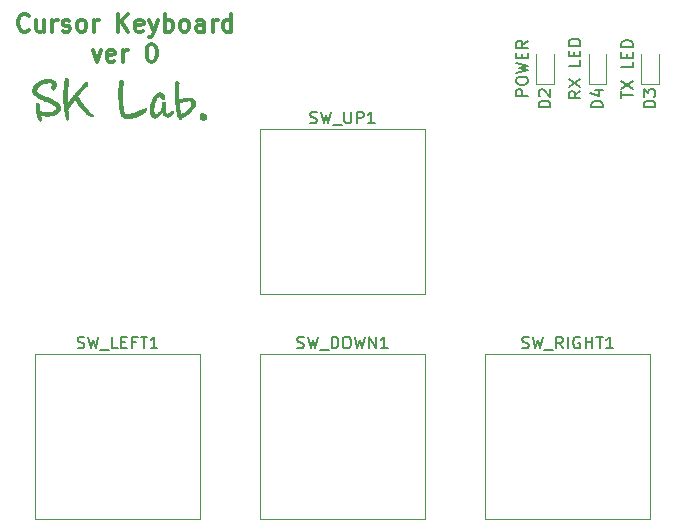
<source format=gto>
G04 #@! TF.GenerationSoftware,KiCad,Pcbnew,(5.0.0)*
G04 #@! TF.CreationDate,2018-12-24T02:24:05+09:00*
G04 #@! TF.ProjectId,mykeyboard,6D796B6579626F6172642E6B69636164,rev?*
G04 #@! TF.SameCoordinates,Original*
G04 #@! TF.FileFunction,Legend,Top*
G04 #@! TF.FilePolarity,Positive*
%FSLAX46Y46*%
G04 Gerber Fmt 4.6, Leading zero omitted, Abs format (unit mm)*
G04 Created by KiCad (PCBNEW (5.0.0)) date 12/24/18 02:24:05*
%MOMM*%
%LPD*%
G01*
G04 APERTURE LIST*
%ADD10C,0.300000*%
%ADD11C,0.150000*%
%ADD12C,0.120000*%
%ADD13C,0.010000*%
G04 APERTURE END LIST*
D10*
X78852142Y-48790714D02*
X78780714Y-48862142D01*
X78566428Y-48933571D01*
X78423571Y-48933571D01*
X78209285Y-48862142D01*
X78066428Y-48719285D01*
X77995000Y-48576428D01*
X77923571Y-48290714D01*
X77923571Y-48076428D01*
X77995000Y-47790714D01*
X78066428Y-47647857D01*
X78209285Y-47505000D01*
X78423571Y-47433571D01*
X78566428Y-47433571D01*
X78780714Y-47505000D01*
X78852142Y-47576428D01*
X80137857Y-47933571D02*
X80137857Y-48933571D01*
X79495000Y-47933571D02*
X79495000Y-48719285D01*
X79566428Y-48862142D01*
X79709285Y-48933571D01*
X79923571Y-48933571D01*
X80066428Y-48862142D01*
X80137857Y-48790714D01*
X80852142Y-48933571D02*
X80852142Y-47933571D01*
X80852142Y-48219285D02*
X80923571Y-48076428D01*
X80995000Y-48005000D01*
X81137857Y-47933571D01*
X81280714Y-47933571D01*
X81709285Y-48862142D02*
X81852142Y-48933571D01*
X82137857Y-48933571D01*
X82280714Y-48862142D01*
X82352142Y-48719285D01*
X82352142Y-48647857D01*
X82280714Y-48505000D01*
X82137857Y-48433571D01*
X81923571Y-48433571D01*
X81780714Y-48362142D01*
X81709285Y-48219285D01*
X81709285Y-48147857D01*
X81780714Y-48005000D01*
X81923571Y-47933571D01*
X82137857Y-47933571D01*
X82280714Y-48005000D01*
X83209285Y-48933571D02*
X83066428Y-48862142D01*
X82995000Y-48790714D01*
X82923571Y-48647857D01*
X82923571Y-48219285D01*
X82995000Y-48076428D01*
X83066428Y-48005000D01*
X83209285Y-47933571D01*
X83423571Y-47933571D01*
X83566428Y-48005000D01*
X83637857Y-48076428D01*
X83709285Y-48219285D01*
X83709285Y-48647857D01*
X83637857Y-48790714D01*
X83566428Y-48862142D01*
X83423571Y-48933571D01*
X83209285Y-48933571D01*
X84352142Y-48933571D02*
X84352142Y-47933571D01*
X84352142Y-48219285D02*
X84423571Y-48076428D01*
X84495000Y-48005000D01*
X84637857Y-47933571D01*
X84780714Y-47933571D01*
X86423571Y-48933571D02*
X86423571Y-47433571D01*
X87280714Y-48933571D02*
X86637857Y-48076428D01*
X87280714Y-47433571D02*
X86423571Y-48290714D01*
X88495000Y-48862142D02*
X88352142Y-48933571D01*
X88066428Y-48933571D01*
X87923571Y-48862142D01*
X87852142Y-48719285D01*
X87852142Y-48147857D01*
X87923571Y-48005000D01*
X88066428Y-47933571D01*
X88352142Y-47933571D01*
X88495000Y-48005000D01*
X88566428Y-48147857D01*
X88566428Y-48290714D01*
X87852142Y-48433571D01*
X89066428Y-47933571D02*
X89423571Y-48933571D01*
X89780714Y-47933571D02*
X89423571Y-48933571D01*
X89280714Y-49290714D01*
X89209285Y-49362142D01*
X89066428Y-49433571D01*
X90352142Y-48933571D02*
X90352142Y-47433571D01*
X90352142Y-48005000D02*
X90495000Y-47933571D01*
X90780714Y-47933571D01*
X90923571Y-48005000D01*
X90995000Y-48076428D01*
X91066428Y-48219285D01*
X91066428Y-48647857D01*
X90995000Y-48790714D01*
X90923571Y-48862142D01*
X90780714Y-48933571D01*
X90495000Y-48933571D01*
X90352142Y-48862142D01*
X91923571Y-48933571D02*
X91780714Y-48862142D01*
X91709285Y-48790714D01*
X91637857Y-48647857D01*
X91637857Y-48219285D01*
X91709285Y-48076428D01*
X91780714Y-48005000D01*
X91923571Y-47933571D01*
X92137857Y-47933571D01*
X92280714Y-48005000D01*
X92352142Y-48076428D01*
X92423571Y-48219285D01*
X92423571Y-48647857D01*
X92352142Y-48790714D01*
X92280714Y-48862142D01*
X92137857Y-48933571D01*
X91923571Y-48933571D01*
X93709285Y-48933571D02*
X93709285Y-48147857D01*
X93637857Y-48005000D01*
X93495000Y-47933571D01*
X93209285Y-47933571D01*
X93066428Y-48005000D01*
X93709285Y-48862142D02*
X93566428Y-48933571D01*
X93209285Y-48933571D01*
X93066428Y-48862142D01*
X92995000Y-48719285D01*
X92995000Y-48576428D01*
X93066428Y-48433571D01*
X93209285Y-48362142D01*
X93566428Y-48362142D01*
X93709285Y-48290714D01*
X94423571Y-48933571D02*
X94423571Y-47933571D01*
X94423571Y-48219285D02*
X94495000Y-48076428D01*
X94566428Y-48005000D01*
X94709285Y-47933571D01*
X94852142Y-47933571D01*
X95995000Y-48933571D02*
X95995000Y-47433571D01*
X95995000Y-48862142D02*
X95852142Y-48933571D01*
X95566428Y-48933571D01*
X95423571Y-48862142D01*
X95352142Y-48790714D01*
X95280714Y-48647857D01*
X95280714Y-48219285D01*
X95352142Y-48076428D01*
X95423571Y-48005000D01*
X95566428Y-47933571D01*
X95852142Y-47933571D01*
X95995000Y-48005000D01*
X84245000Y-50483571D02*
X84602142Y-51483571D01*
X84959285Y-50483571D01*
X86102142Y-51412142D02*
X85959285Y-51483571D01*
X85673571Y-51483571D01*
X85530714Y-51412142D01*
X85459285Y-51269285D01*
X85459285Y-50697857D01*
X85530714Y-50555000D01*
X85673571Y-50483571D01*
X85959285Y-50483571D01*
X86102142Y-50555000D01*
X86173571Y-50697857D01*
X86173571Y-50840714D01*
X85459285Y-50983571D01*
X86816428Y-51483571D02*
X86816428Y-50483571D01*
X86816428Y-50769285D02*
X86887857Y-50626428D01*
X86959285Y-50555000D01*
X87102142Y-50483571D01*
X87245000Y-50483571D01*
X89173571Y-49983571D02*
X89316428Y-49983571D01*
X89459285Y-50055000D01*
X89530714Y-50126428D01*
X89602142Y-50269285D01*
X89673571Y-50555000D01*
X89673571Y-50912142D01*
X89602142Y-51197857D01*
X89530714Y-51340714D01*
X89459285Y-51412142D01*
X89316428Y-51483571D01*
X89173571Y-51483571D01*
X89030714Y-51412142D01*
X88959285Y-51340714D01*
X88887857Y-51197857D01*
X88816428Y-50912142D01*
X88816428Y-50555000D01*
X88887857Y-50269285D01*
X88959285Y-50126428D01*
X89030714Y-50055000D01*
X89173571Y-49983571D01*
D11*
X128992380Y-54570000D02*
X128992380Y-53998571D01*
X129992380Y-54284285D02*
X128992380Y-54284285D01*
X128992380Y-53760476D02*
X129992380Y-53093809D01*
X128992380Y-53093809D02*
X129992380Y-53760476D01*
X129992380Y-51474761D02*
X129992380Y-51950952D01*
X128992380Y-51950952D01*
X129468571Y-51141428D02*
X129468571Y-50808095D01*
X129992380Y-50665238D02*
X129992380Y-51141428D01*
X128992380Y-51141428D01*
X128992380Y-50665238D01*
X129992380Y-50236666D02*
X128992380Y-50236666D01*
X128992380Y-49998571D01*
X129040000Y-49855714D01*
X129135238Y-49760476D01*
X129230476Y-49712857D01*
X129420952Y-49665238D01*
X129563809Y-49665238D01*
X129754285Y-49712857D01*
X129849523Y-49760476D01*
X129944761Y-49855714D01*
X129992380Y-49998571D01*
X129992380Y-50236666D01*
X125547380Y-53974761D02*
X125071190Y-54308095D01*
X125547380Y-54546190D02*
X124547380Y-54546190D01*
X124547380Y-54165238D01*
X124595000Y-54070000D01*
X124642619Y-54022380D01*
X124737857Y-53974761D01*
X124880714Y-53974761D01*
X124975952Y-54022380D01*
X125023571Y-54070000D01*
X125071190Y-54165238D01*
X125071190Y-54546190D01*
X124547380Y-53641428D02*
X125547380Y-52974761D01*
X124547380Y-52974761D02*
X125547380Y-53641428D01*
X125547380Y-51355714D02*
X125547380Y-51831904D01*
X124547380Y-51831904D01*
X125023571Y-51022380D02*
X125023571Y-50689047D01*
X125547380Y-50546190D02*
X125547380Y-51022380D01*
X124547380Y-51022380D01*
X124547380Y-50546190D01*
X125547380Y-50117619D02*
X124547380Y-50117619D01*
X124547380Y-49879523D01*
X124595000Y-49736666D01*
X124690238Y-49641428D01*
X124785476Y-49593809D01*
X124975952Y-49546190D01*
X125118809Y-49546190D01*
X125309285Y-49593809D01*
X125404523Y-49641428D01*
X125499761Y-49736666D01*
X125547380Y-49879523D01*
X125547380Y-50117619D01*
X121102380Y-54379523D02*
X120102380Y-54379523D01*
X120102380Y-53998571D01*
X120150000Y-53903333D01*
X120197619Y-53855714D01*
X120292857Y-53808095D01*
X120435714Y-53808095D01*
X120530952Y-53855714D01*
X120578571Y-53903333D01*
X120626190Y-53998571D01*
X120626190Y-54379523D01*
X120102380Y-53189047D02*
X120102380Y-52998571D01*
X120150000Y-52903333D01*
X120245238Y-52808095D01*
X120435714Y-52760476D01*
X120769047Y-52760476D01*
X120959523Y-52808095D01*
X121054761Y-52903333D01*
X121102380Y-52998571D01*
X121102380Y-53189047D01*
X121054761Y-53284285D01*
X120959523Y-53379523D01*
X120769047Y-53427142D01*
X120435714Y-53427142D01*
X120245238Y-53379523D01*
X120150000Y-53284285D01*
X120102380Y-53189047D01*
X120102380Y-52427142D02*
X121102380Y-52189047D01*
X120388095Y-51998571D01*
X121102380Y-51808095D01*
X120102380Y-51570000D01*
X120578571Y-51189047D02*
X120578571Y-50855714D01*
X121102380Y-50712857D02*
X121102380Y-51189047D01*
X120102380Y-51189047D01*
X120102380Y-50712857D01*
X121102380Y-49712857D02*
X120626190Y-50046190D01*
X121102380Y-50284285D02*
X120102380Y-50284285D01*
X120102380Y-49903333D01*
X120150000Y-49808095D01*
X120197619Y-49760476D01*
X120292857Y-49712857D01*
X120435714Y-49712857D01*
X120530952Y-49760476D01*
X120578571Y-49808095D01*
X120626190Y-49903333D01*
X120626190Y-50284285D01*
D12*
G04 #@! TO.C,SW_DOWN1*
X98425000Y-90170000D02*
X98425000Y-76200000D01*
X112395000Y-90170000D02*
X98425000Y-90170000D01*
X112395000Y-76200000D02*
X112395000Y-90170000D01*
X98425000Y-76200000D02*
X112395000Y-76200000D01*
G04 #@! TO.C,SW_LEFT1*
X79375000Y-90170000D02*
X79375000Y-76200000D01*
X93345000Y-90170000D02*
X79375000Y-90170000D01*
X93345000Y-76200000D02*
X93345000Y-90170000D01*
X79375000Y-76200000D02*
X93345000Y-76200000D01*
G04 #@! TO.C,SW_RIGHT1*
X117475000Y-90170000D02*
X117475000Y-76200000D01*
X131445000Y-90170000D02*
X117475000Y-90170000D01*
X131445000Y-76200000D02*
X131445000Y-90170000D01*
X117475000Y-76200000D02*
X131445000Y-76200000D01*
G04 #@! TO.C,SW_UP1*
X98425000Y-71120000D02*
X98425000Y-57150000D01*
X112395000Y-71120000D02*
X98425000Y-71120000D01*
X112395000Y-57150000D02*
X112395000Y-71120000D01*
X98425000Y-57150000D02*
X112395000Y-57150000D01*
G04 #@! TO.C,D2*
X123290000Y-53335000D02*
X123290000Y-50875000D01*
X121820000Y-53335000D02*
X123290000Y-53335000D01*
X121820000Y-50875000D02*
X121820000Y-53335000D01*
G04 #@! TO.C,D3*
X132180000Y-53335000D02*
X132180000Y-50875000D01*
X130710000Y-53335000D02*
X132180000Y-53335000D01*
X130710000Y-50875000D02*
X130710000Y-53335000D01*
G04 #@! TO.C,D4*
X127735000Y-53335000D02*
X127735000Y-50875000D01*
X126265000Y-53335000D02*
X127735000Y-53335000D01*
X126265000Y-50875000D02*
X126265000Y-53335000D01*
D13*
G04 #@! TO.C,G\002A\002A\002A*
G36*
X89939503Y-54085375D02*
X90020782Y-54103471D01*
X90094901Y-54139077D01*
X90160232Y-54190151D01*
X90215148Y-54254651D01*
X90258021Y-54330534D01*
X90287223Y-54415759D01*
X90301126Y-54508283D01*
X90302080Y-54540277D01*
X90301276Y-54577874D01*
X90297639Y-54601306D01*
X90289331Y-54616706D01*
X90275309Y-54629582D01*
X90239368Y-54645838D01*
X90193363Y-54649004D01*
X90142111Y-54639824D01*
X90090429Y-54619045D01*
X90052753Y-54595138D01*
X90033151Y-54576771D01*
X90020296Y-54553895D01*
X90010720Y-54519631D01*
X90008033Y-54506437D01*
X89991104Y-54438939D01*
X89969809Y-54386111D01*
X89945094Y-54349411D01*
X89917904Y-54330293D01*
X89892933Y-54329106D01*
X89849775Y-54349025D01*
X89803372Y-54386811D01*
X89754881Y-54440497D01*
X89705460Y-54508113D01*
X89656264Y-54587690D01*
X89608452Y-54677259D01*
X89563181Y-54774850D01*
X89521607Y-54878495D01*
X89484887Y-54986224D01*
X89463536Y-55059860D01*
X89435779Y-55177159D01*
X89415485Y-55293313D01*
X89402569Y-55406235D01*
X89396949Y-55513839D01*
X89398541Y-55614038D01*
X89407264Y-55704744D01*
X89423034Y-55783870D01*
X89445768Y-55849330D01*
X89475384Y-55899037D01*
X89497757Y-55921497D01*
X89522062Y-55935666D01*
X89549388Y-55938237D01*
X89565401Y-55936258D01*
X89621579Y-55918961D01*
X89683675Y-55885354D01*
X89749371Y-55837702D01*
X89816347Y-55778271D01*
X89882285Y-55709326D01*
X89944866Y-55633133D01*
X90001772Y-55551957D01*
X90050683Y-55468064D01*
X90056822Y-55456109D01*
X90071165Y-55426255D01*
X90080437Y-55401078D01*
X90085749Y-55374601D01*
X90088215Y-55340849D01*
X90088948Y-55293845D01*
X90088982Y-55283389D01*
X90090312Y-55220153D01*
X90093719Y-55149944D01*
X90098740Y-55078863D01*
X90104912Y-55013012D01*
X90111774Y-54958491D01*
X90115129Y-54938390D01*
X90130660Y-54896277D01*
X90156835Y-54869008D01*
X90191010Y-54856059D01*
X90230538Y-54856905D01*
X90272775Y-54871018D01*
X90315075Y-54897874D01*
X90354791Y-54936947D01*
X90389280Y-54987712D01*
X90392372Y-54993474D01*
X90397665Y-55009833D01*
X90397981Y-55032768D01*
X90393049Y-55067074D01*
X90386389Y-55100154D01*
X90377996Y-55154413D01*
X90372069Y-55223769D01*
X90368603Y-55303149D01*
X90367596Y-55387478D01*
X90369044Y-55471685D01*
X90372945Y-55550697D01*
X90379294Y-55619440D01*
X90386744Y-55666640D01*
X90403497Y-55732991D01*
X90423847Y-55790139D01*
X90446351Y-55834950D01*
X90469565Y-55864292D01*
X90481679Y-55872508D01*
X90514802Y-55877971D01*
X90561433Y-55871674D01*
X90619223Y-55854561D01*
X90685818Y-55827572D01*
X90758868Y-55791652D01*
X90836021Y-55747741D01*
X90907524Y-55701831D01*
X90947597Y-55675659D01*
X90982889Y-55654438D01*
X91009311Y-55640514D01*
X91022040Y-55636160D01*
X91048219Y-55643803D01*
X91061378Y-55666038D01*
X91061479Y-55701826D01*
X91048481Y-55750123D01*
X91028128Y-55798111D01*
X90981644Y-55878447D01*
X90923422Y-55947870D01*
X90850537Y-56009361D01*
X90771210Y-56059691D01*
X90684256Y-56101079D01*
X90600376Y-56125903D01*
X90521537Y-56133889D01*
X90449710Y-56124763D01*
X90408760Y-56110018D01*
X90355784Y-56076459D01*
X90302871Y-56027261D01*
X90253490Y-55966818D01*
X90211112Y-55899522D01*
X90179206Y-55829768D01*
X90172956Y-55811461D01*
X90160822Y-55779905D01*
X90147680Y-55763326D01*
X90131671Y-55762295D01*
X90110939Y-55777381D01*
X90083626Y-55809155D01*
X90055366Y-55847570D01*
X89982182Y-55941072D01*
X89903290Y-56024383D01*
X89821392Y-56095186D01*
X89739186Y-56151164D01*
X89659373Y-56190001D01*
X89653917Y-56192028D01*
X89591073Y-56208026D01*
X89521056Y-56214772D01*
X89451965Y-56212074D01*
X89391904Y-56199740D01*
X89387734Y-56198333D01*
X89317471Y-56165707D01*
X89258425Y-56119946D01*
X89208219Y-56058756D01*
X89167088Y-55985380D01*
X89134424Y-55898730D01*
X89110818Y-55796968D01*
X89096333Y-55683207D01*
X89091033Y-55560555D01*
X89094982Y-55432124D01*
X89108243Y-55301025D01*
X89130879Y-55170366D01*
X89148854Y-55093991D01*
X89192178Y-54949756D01*
X89245729Y-54808602D01*
X89308054Y-54672964D01*
X89377699Y-54545281D01*
X89453212Y-54427987D01*
X89533140Y-54323522D01*
X89616030Y-54234320D01*
X89700429Y-54162820D01*
X89706751Y-54158259D01*
X89775500Y-54116213D01*
X89840497Y-54091759D01*
X89905659Y-54083669D01*
X89939503Y-54085375D01*
X89939503Y-54085375D01*
G37*
X89939503Y-54085375D02*
X90020782Y-54103471D01*
X90094901Y-54139077D01*
X90160232Y-54190151D01*
X90215148Y-54254651D01*
X90258021Y-54330534D01*
X90287223Y-54415759D01*
X90301126Y-54508283D01*
X90302080Y-54540277D01*
X90301276Y-54577874D01*
X90297639Y-54601306D01*
X90289331Y-54616706D01*
X90275309Y-54629582D01*
X90239368Y-54645838D01*
X90193363Y-54649004D01*
X90142111Y-54639824D01*
X90090429Y-54619045D01*
X90052753Y-54595138D01*
X90033151Y-54576771D01*
X90020296Y-54553895D01*
X90010720Y-54519631D01*
X90008033Y-54506437D01*
X89991104Y-54438939D01*
X89969809Y-54386111D01*
X89945094Y-54349411D01*
X89917904Y-54330293D01*
X89892933Y-54329106D01*
X89849775Y-54349025D01*
X89803372Y-54386811D01*
X89754881Y-54440497D01*
X89705460Y-54508113D01*
X89656264Y-54587690D01*
X89608452Y-54677259D01*
X89563181Y-54774850D01*
X89521607Y-54878495D01*
X89484887Y-54986224D01*
X89463536Y-55059860D01*
X89435779Y-55177159D01*
X89415485Y-55293313D01*
X89402569Y-55406235D01*
X89396949Y-55513839D01*
X89398541Y-55614038D01*
X89407264Y-55704744D01*
X89423034Y-55783870D01*
X89445768Y-55849330D01*
X89475384Y-55899037D01*
X89497757Y-55921497D01*
X89522062Y-55935666D01*
X89549388Y-55938237D01*
X89565401Y-55936258D01*
X89621579Y-55918961D01*
X89683675Y-55885354D01*
X89749371Y-55837702D01*
X89816347Y-55778271D01*
X89882285Y-55709326D01*
X89944866Y-55633133D01*
X90001772Y-55551957D01*
X90050683Y-55468064D01*
X90056822Y-55456109D01*
X90071165Y-55426255D01*
X90080437Y-55401078D01*
X90085749Y-55374601D01*
X90088215Y-55340849D01*
X90088948Y-55293845D01*
X90088982Y-55283389D01*
X90090312Y-55220153D01*
X90093719Y-55149944D01*
X90098740Y-55078863D01*
X90104912Y-55013012D01*
X90111774Y-54958491D01*
X90115129Y-54938390D01*
X90130660Y-54896277D01*
X90156835Y-54869008D01*
X90191010Y-54856059D01*
X90230538Y-54856905D01*
X90272775Y-54871018D01*
X90315075Y-54897874D01*
X90354791Y-54936947D01*
X90389280Y-54987712D01*
X90392372Y-54993474D01*
X90397665Y-55009833D01*
X90397981Y-55032768D01*
X90393049Y-55067074D01*
X90386389Y-55100154D01*
X90377996Y-55154413D01*
X90372069Y-55223769D01*
X90368603Y-55303149D01*
X90367596Y-55387478D01*
X90369044Y-55471685D01*
X90372945Y-55550697D01*
X90379294Y-55619440D01*
X90386744Y-55666640D01*
X90403497Y-55732991D01*
X90423847Y-55790139D01*
X90446351Y-55834950D01*
X90469565Y-55864292D01*
X90481679Y-55872508D01*
X90514802Y-55877971D01*
X90561433Y-55871674D01*
X90619223Y-55854561D01*
X90685818Y-55827572D01*
X90758868Y-55791652D01*
X90836021Y-55747741D01*
X90907524Y-55701831D01*
X90947597Y-55675659D01*
X90982889Y-55654438D01*
X91009311Y-55640514D01*
X91022040Y-55636160D01*
X91048219Y-55643803D01*
X91061378Y-55666038D01*
X91061479Y-55701826D01*
X91048481Y-55750123D01*
X91028128Y-55798111D01*
X90981644Y-55878447D01*
X90923422Y-55947870D01*
X90850537Y-56009361D01*
X90771210Y-56059691D01*
X90684256Y-56101079D01*
X90600376Y-56125903D01*
X90521537Y-56133889D01*
X90449710Y-56124763D01*
X90408760Y-56110018D01*
X90355784Y-56076459D01*
X90302871Y-56027261D01*
X90253490Y-55966818D01*
X90211112Y-55899522D01*
X90179206Y-55829768D01*
X90172956Y-55811461D01*
X90160822Y-55779905D01*
X90147680Y-55763326D01*
X90131671Y-55762295D01*
X90110939Y-55777381D01*
X90083626Y-55809155D01*
X90055366Y-55847570D01*
X89982182Y-55941072D01*
X89903290Y-56024383D01*
X89821392Y-56095186D01*
X89739186Y-56151164D01*
X89659373Y-56190001D01*
X89653917Y-56192028D01*
X89591073Y-56208026D01*
X89521056Y-56214772D01*
X89451965Y-56212074D01*
X89391904Y-56199740D01*
X89387734Y-56198333D01*
X89317471Y-56165707D01*
X89258425Y-56119946D01*
X89208219Y-56058756D01*
X89167088Y-55985380D01*
X89134424Y-55898730D01*
X89110818Y-55796968D01*
X89096333Y-55683207D01*
X89091033Y-55560555D01*
X89094982Y-55432124D01*
X89108243Y-55301025D01*
X89130879Y-55170366D01*
X89148854Y-55093991D01*
X89192178Y-54949756D01*
X89245729Y-54808602D01*
X89308054Y-54672964D01*
X89377699Y-54545281D01*
X89453212Y-54427987D01*
X89533140Y-54323522D01*
X89616030Y-54234320D01*
X89700429Y-54162820D01*
X89706751Y-54158259D01*
X89775500Y-54116213D01*
X89840497Y-54091759D01*
X89905659Y-54083669D01*
X89939503Y-54085375D01*
G36*
X86698521Y-53011960D02*
X86738023Y-53042831D01*
X86774488Y-53087692D01*
X86794261Y-53121560D01*
X86810042Y-53158791D01*
X86818239Y-53197044D01*
X86818939Y-53240854D01*
X86812230Y-53294755D01*
X86798874Y-53360320D01*
X86785726Y-53423849D01*
X86774578Y-53490717D01*
X86765300Y-53562982D01*
X86757760Y-53642699D01*
X86751828Y-53731925D01*
X86747375Y-53832716D01*
X86744269Y-53947128D01*
X86742380Y-54077218D01*
X86741578Y-54225042D01*
X86741532Y-54264560D01*
X86743723Y-54518348D01*
X86750563Y-54752976D01*
X86762113Y-54969078D01*
X86778431Y-55167289D01*
X86799578Y-55348244D01*
X86825614Y-55512577D01*
X86856600Y-55660923D01*
X86883437Y-55763160D01*
X86900610Y-55818846D01*
X86916014Y-55858276D01*
X86931847Y-55885122D01*
X86950306Y-55903056D01*
X86973591Y-55915752D01*
X86975143Y-55916408D01*
X87003097Y-55923152D01*
X87046540Y-55927773D01*
X87100749Y-55930217D01*
X87161000Y-55930426D01*
X87222568Y-55928345D01*
X87280729Y-55923916D01*
X87309960Y-55920402D01*
X87446758Y-55896243D01*
X87597669Y-55860500D01*
X87760617Y-55813874D01*
X87933525Y-55757062D01*
X88114319Y-55690762D01*
X88300921Y-55615673D01*
X88491255Y-55532493D01*
X88566997Y-55497567D01*
X88621042Y-55472936D01*
X88670297Y-55451722D01*
X88711182Y-55435370D01*
X88740120Y-55425326D01*
X88752021Y-55422800D01*
X88777188Y-55430039D01*
X88798632Y-55445660D01*
X88814344Y-55476277D01*
X88813181Y-55514369D01*
X88796399Y-55558238D01*
X88765254Y-55606184D01*
X88721003Y-55656509D01*
X88664900Y-55707515D01*
X88598204Y-55757503D01*
X88541228Y-55793752D01*
X88368733Y-55889991D01*
X88190329Y-55978421D01*
X88009228Y-56057815D01*
X87828643Y-56126946D01*
X87651786Y-56184588D01*
X87481868Y-56229514D01*
X87322102Y-56260498D01*
X87316890Y-56261292D01*
X87253709Y-56268690D01*
X87185141Y-56273153D01*
X87116137Y-56274693D01*
X87051649Y-56273318D01*
X86996626Y-56269039D01*
X86956022Y-56261867D01*
X86951463Y-56260537D01*
X86878497Y-56228688D01*
X86806618Y-56181232D01*
X86740798Y-56122508D01*
X86686010Y-56056855D01*
X86652038Y-55999283D01*
X86621542Y-55923479D01*
X86592616Y-55828991D01*
X86565450Y-55717408D01*
X86540234Y-55590322D01*
X86517156Y-55449320D01*
X86496407Y-55295993D01*
X86478175Y-55131930D01*
X86462651Y-54958721D01*
X86450024Y-54777954D01*
X86440483Y-54591221D01*
X86434218Y-54400110D01*
X86431418Y-54206210D01*
X86431282Y-54147720D01*
X86433178Y-53951584D01*
X86438621Y-53772715D01*
X86447565Y-53611445D01*
X86459967Y-53468104D01*
X86475779Y-53343025D01*
X86494956Y-53236538D01*
X86517453Y-53148974D01*
X86543224Y-53080666D01*
X86572224Y-53031945D01*
X86586824Y-53016028D01*
X86620418Y-52997285D01*
X86658484Y-52996354D01*
X86698521Y-53011960D01*
X86698521Y-53011960D01*
G37*
X86698521Y-53011960D02*
X86738023Y-53042831D01*
X86774488Y-53087692D01*
X86794261Y-53121560D01*
X86810042Y-53158791D01*
X86818239Y-53197044D01*
X86818939Y-53240854D01*
X86812230Y-53294755D01*
X86798874Y-53360320D01*
X86785726Y-53423849D01*
X86774578Y-53490717D01*
X86765300Y-53562982D01*
X86757760Y-53642699D01*
X86751828Y-53731925D01*
X86747375Y-53832716D01*
X86744269Y-53947128D01*
X86742380Y-54077218D01*
X86741578Y-54225042D01*
X86741532Y-54264560D01*
X86743723Y-54518348D01*
X86750563Y-54752976D01*
X86762113Y-54969078D01*
X86778431Y-55167289D01*
X86799578Y-55348244D01*
X86825614Y-55512577D01*
X86856600Y-55660923D01*
X86883437Y-55763160D01*
X86900610Y-55818846D01*
X86916014Y-55858276D01*
X86931847Y-55885122D01*
X86950306Y-55903056D01*
X86973591Y-55915752D01*
X86975143Y-55916408D01*
X87003097Y-55923152D01*
X87046540Y-55927773D01*
X87100749Y-55930217D01*
X87161000Y-55930426D01*
X87222568Y-55928345D01*
X87280729Y-55923916D01*
X87309960Y-55920402D01*
X87446758Y-55896243D01*
X87597669Y-55860500D01*
X87760617Y-55813874D01*
X87933525Y-55757062D01*
X88114319Y-55690762D01*
X88300921Y-55615673D01*
X88491255Y-55532493D01*
X88566997Y-55497567D01*
X88621042Y-55472936D01*
X88670297Y-55451722D01*
X88711182Y-55435370D01*
X88740120Y-55425326D01*
X88752021Y-55422800D01*
X88777188Y-55430039D01*
X88798632Y-55445660D01*
X88814344Y-55476277D01*
X88813181Y-55514369D01*
X88796399Y-55558238D01*
X88765254Y-55606184D01*
X88721003Y-55656509D01*
X88664900Y-55707515D01*
X88598204Y-55757503D01*
X88541228Y-55793752D01*
X88368733Y-55889991D01*
X88190329Y-55978421D01*
X88009228Y-56057815D01*
X87828643Y-56126946D01*
X87651786Y-56184588D01*
X87481868Y-56229514D01*
X87322102Y-56260498D01*
X87316890Y-56261292D01*
X87253709Y-56268690D01*
X87185141Y-56273153D01*
X87116137Y-56274693D01*
X87051649Y-56273318D01*
X86996626Y-56269039D01*
X86956022Y-56261867D01*
X86951463Y-56260537D01*
X86878497Y-56228688D01*
X86806618Y-56181232D01*
X86740798Y-56122508D01*
X86686010Y-56056855D01*
X86652038Y-55999283D01*
X86621542Y-55923479D01*
X86592616Y-55828991D01*
X86565450Y-55717408D01*
X86540234Y-55590322D01*
X86517156Y-55449320D01*
X86496407Y-55295993D01*
X86478175Y-55131930D01*
X86462651Y-54958721D01*
X86450024Y-54777954D01*
X86440483Y-54591221D01*
X86434218Y-54400110D01*
X86431418Y-54206210D01*
X86431282Y-54147720D01*
X86433178Y-53951584D01*
X86438621Y-53772715D01*
X86447565Y-53611445D01*
X86459967Y-53468104D01*
X86475779Y-53343025D01*
X86494956Y-53236538D01*
X86517453Y-53148974D01*
X86543224Y-53080666D01*
X86572224Y-53031945D01*
X86586824Y-53016028D01*
X86620418Y-52997285D01*
X86658484Y-52996354D01*
X86698521Y-53011960D01*
G36*
X91364959Y-53106702D02*
X91410422Y-53130233D01*
X91456658Y-53169471D01*
X91499117Y-53220512D01*
X91501279Y-53223624D01*
X91530886Y-53266656D01*
X91516561Y-53341527D01*
X91506018Y-53409732D01*
X91496996Y-53494607D01*
X91489727Y-53592541D01*
X91484445Y-53699923D01*
X91481382Y-53813144D01*
X91480681Y-53897365D01*
X91481102Y-53964864D01*
X91482314Y-54040677D01*
X91484202Y-54121943D01*
X91486651Y-54205802D01*
X91489548Y-54289392D01*
X91492776Y-54369854D01*
X91496221Y-54444326D01*
X91499768Y-54509948D01*
X91503303Y-54563859D01*
X91506710Y-54603199D01*
X91509875Y-54625106D01*
X91509900Y-54625208D01*
X91524052Y-54652547D01*
X91543635Y-54670340D01*
X91557878Y-54676780D01*
X91573512Y-54678724D01*
X91595391Y-54675641D01*
X91628365Y-54666999D01*
X91659838Y-54657602D01*
X91706219Y-54644311D01*
X91764758Y-54628750D01*
X91827742Y-54612915D01*
X91883962Y-54599596D01*
X92045881Y-54566957D01*
X92192445Y-54546618D01*
X92324553Y-54538682D01*
X92443103Y-54543253D01*
X92548992Y-54560434D01*
X92643118Y-54590328D01*
X92726380Y-54633040D01*
X92799676Y-54688672D01*
X92819278Y-54707319D01*
X92870514Y-54764565D01*
X92905092Y-54819070D01*
X92925220Y-54875648D01*
X92933104Y-54939112D01*
X92933420Y-54956354D01*
X92923745Y-55063830D01*
X92895183Y-55173756D01*
X92848836Y-55284936D01*
X92785807Y-55396174D01*
X92707199Y-55506274D01*
X92614116Y-55614039D01*
X92507659Y-55718275D01*
X92388932Y-55817785D01*
X92259037Y-55911373D01*
X92119078Y-55997843D01*
X91970157Y-56076000D01*
X91852160Y-56128895D01*
X91810037Y-56147447D01*
X91775029Y-56164765D01*
X91751411Y-56178619D01*
X91743701Y-56185476D01*
X91736834Y-56203577D01*
X91728017Y-56232870D01*
X91723786Y-56248778D01*
X91704573Y-56300535D01*
X91678143Y-56333516D01*
X91644773Y-56347562D01*
X91604741Y-56342515D01*
X91579700Y-56331389D01*
X91565428Y-56321594D01*
X91552578Y-56307051D01*
X91539747Y-56284869D01*
X91525534Y-56252163D01*
X91508535Y-56206042D01*
X91487349Y-56143620D01*
X91484823Y-56135996D01*
X91438095Y-55979874D01*
X91394748Y-55804415D01*
X91354897Y-55610339D01*
X91318661Y-55398365D01*
X91286153Y-55169214D01*
X91265347Y-54990915D01*
X91539249Y-54990915D01*
X91546043Y-55067157D01*
X91560051Y-55201807D01*
X91579188Y-55350957D01*
X91602735Y-55509649D01*
X91629972Y-55672924D01*
X91649421Y-55779732D01*
X91659892Y-55834711D01*
X91667906Y-55873038D01*
X91674764Y-55898031D01*
X91681766Y-55913008D01*
X91690215Y-55921288D01*
X91701410Y-55926187D01*
X91707614Y-55928149D01*
X91739705Y-55932686D01*
X91760040Y-55925715D01*
X91778167Y-55914674D01*
X91807889Y-55896558D01*
X91843452Y-55874872D01*
X91851480Y-55869976D01*
X91963001Y-55797345D01*
X92073323Y-55716782D01*
X92179482Y-55630924D01*
X92278518Y-55542413D01*
X92367465Y-55453886D01*
X92443364Y-55367984D01*
X92500023Y-55292194D01*
X92556810Y-55198123D01*
X92595226Y-55112415D01*
X92615300Y-55034804D01*
X92617056Y-54965022D01*
X92600521Y-54902802D01*
X92565721Y-54847877D01*
X92545790Y-54827037D01*
X92512199Y-54798037D01*
X92481119Y-54778872D01*
X92447215Y-54767997D01*
X92405150Y-54763863D01*
X92349592Y-54764924D01*
X92334406Y-54765736D01*
X92207360Y-54780006D01*
X92066501Y-54808988D01*
X91911988Y-54852643D01*
X91743981Y-54910929D01*
X91685204Y-54933524D01*
X91539249Y-54990915D01*
X91265347Y-54990915D01*
X91257492Y-54923605D01*
X91232794Y-54662258D01*
X91219928Y-54498240D01*
X91215312Y-54423507D01*
X91211324Y-54336540D01*
X91207979Y-54239954D01*
X91205287Y-54136364D01*
X91203262Y-54028383D01*
X91201914Y-53918627D01*
X91201257Y-53809710D01*
X91201302Y-53704246D01*
X91202061Y-53604850D01*
X91203547Y-53514138D01*
X91205772Y-53434722D01*
X91208747Y-53369219D01*
X91212485Y-53320242D01*
X91214398Y-53304440D01*
X91229892Y-53225538D01*
X91250935Y-53166057D01*
X91277651Y-53125837D01*
X91310162Y-53104717D01*
X91348590Y-53102536D01*
X91364959Y-53106702D01*
X91364959Y-53106702D01*
G37*
X91364959Y-53106702D02*
X91410422Y-53130233D01*
X91456658Y-53169471D01*
X91499117Y-53220512D01*
X91501279Y-53223624D01*
X91530886Y-53266656D01*
X91516561Y-53341527D01*
X91506018Y-53409732D01*
X91496996Y-53494607D01*
X91489727Y-53592541D01*
X91484445Y-53699923D01*
X91481382Y-53813144D01*
X91480681Y-53897365D01*
X91481102Y-53964864D01*
X91482314Y-54040677D01*
X91484202Y-54121943D01*
X91486651Y-54205802D01*
X91489548Y-54289392D01*
X91492776Y-54369854D01*
X91496221Y-54444326D01*
X91499768Y-54509948D01*
X91503303Y-54563859D01*
X91506710Y-54603199D01*
X91509875Y-54625106D01*
X91509900Y-54625208D01*
X91524052Y-54652547D01*
X91543635Y-54670340D01*
X91557878Y-54676780D01*
X91573512Y-54678724D01*
X91595391Y-54675641D01*
X91628365Y-54666999D01*
X91659838Y-54657602D01*
X91706219Y-54644311D01*
X91764758Y-54628750D01*
X91827742Y-54612915D01*
X91883962Y-54599596D01*
X92045881Y-54566957D01*
X92192445Y-54546618D01*
X92324553Y-54538682D01*
X92443103Y-54543253D01*
X92548992Y-54560434D01*
X92643118Y-54590328D01*
X92726380Y-54633040D01*
X92799676Y-54688672D01*
X92819278Y-54707319D01*
X92870514Y-54764565D01*
X92905092Y-54819070D01*
X92925220Y-54875648D01*
X92933104Y-54939112D01*
X92933420Y-54956354D01*
X92923745Y-55063830D01*
X92895183Y-55173756D01*
X92848836Y-55284936D01*
X92785807Y-55396174D01*
X92707199Y-55506274D01*
X92614116Y-55614039D01*
X92507659Y-55718275D01*
X92388932Y-55817785D01*
X92259037Y-55911373D01*
X92119078Y-55997843D01*
X91970157Y-56076000D01*
X91852160Y-56128895D01*
X91810037Y-56147447D01*
X91775029Y-56164765D01*
X91751411Y-56178619D01*
X91743701Y-56185476D01*
X91736834Y-56203577D01*
X91728017Y-56232870D01*
X91723786Y-56248778D01*
X91704573Y-56300535D01*
X91678143Y-56333516D01*
X91644773Y-56347562D01*
X91604741Y-56342515D01*
X91579700Y-56331389D01*
X91565428Y-56321594D01*
X91552578Y-56307051D01*
X91539747Y-56284869D01*
X91525534Y-56252163D01*
X91508535Y-56206042D01*
X91487349Y-56143620D01*
X91484823Y-56135996D01*
X91438095Y-55979874D01*
X91394748Y-55804415D01*
X91354897Y-55610339D01*
X91318661Y-55398365D01*
X91286153Y-55169214D01*
X91265347Y-54990915D01*
X91539249Y-54990915D01*
X91546043Y-55067157D01*
X91560051Y-55201807D01*
X91579188Y-55350957D01*
X91602735Y-55509649D01*
X91629972Y-55672924D01*
X91649421Y-55779732D01*
X91659892Y-55834711D01*
X91667906Y-55873038D01*
X91674764Y-55898031D01*
X91681766Y-55913008D01*
X91690215Y-55921288D01*
X91701410Y-55926187D01*
X91707614Y-55928149D01*
X91739705Y-55932686D01*
X91760040Y-55925715D01*
X91778167Y-55914674D01*
X91807889Y-55896558D01*
X91843452Y-55874872D01*
X91851480Y-55869976D01*
X91963001Y-55797345D01*
X92073323Y-55716782D01*
X92179482Y-55630924D01*
X92278518Y-55542413D01*
X92367465Y-55453886D01*
X92443364Y-55367984D01*
X92500023Y-55292194D01*
X92556810Y-55198123D01*
X92595226Y-55112415D01*
X92615300Y-55034804D01*
X92617056Y-54965022D01*
X92600521Y-54902802D01*
X92565721Y-54847877D01*
X92545790Y-54827037D01*
X92512199Y-54798037D01*
X92481119Y-54778872D01*
X92447215Y-54767997D01*
X92405150Y-54763863D01*
X92349592Y-54764924D01*
X92334406Y-54765736D01*
X92207360Y-54780006D01*
X92066501Y-54808988D01*
X91911988Y-54852643D01*
X91743981Y-54910929D01*
X91685204Y-54933524D01*
X91539249Y-54990915D01*
X91265347Y-54990915D01*
X91257492Y-54923605D01*
X91232794Y-54662258D01*
X91219928Y-54498240D01*
X91215312Y-54423507D01*
X91211324Y-54336540D01*
X91207979Y-54239954D01*
X91205287Y-54136364D01*
X91203262Y-54028383D01*
X91201914Y-53918627D01*
X91201257Y-53809710D01*
X91201302Y-53704246D01*
X91202061Y-53604850D01*
X91203547Y-53514138D01*
X91205772Y-53434722D01*
X91208747Y-53369219D01*
X91212485Y-53320242D01*
X91214398Y-53304440D01*
X91229892Y-53225538D01*
X91250935Y-53166057D01*
X91277651Y-53125837D01*
X91310162Y-53104717D01*
X91348590Y-53102536D01*
X91364959Y-53106702D01*
G36*
X93550645Y-55831393D02*
X93559198Y-55832211D01*
X93634200Y-55849865D01*
X93702921Y-55885667D01*
X93762984Y-55937820D01*
X93812010Y-56004529D01*
X93828170Y-56035251D01*
X93852660Y-56106524D01*
X93858686Y-56175297D01*
X93846915Y-56239264D01*
X93818016Y-56296121D01*
X93772657Y-56343561D01*
X93731080Y-56370132D01*
X93685988Y-56385611D01*
X93629780Y-56393769D01*
X93570488Y-56394079D01*
X93516145Y-56386018D01*
X93510640Y-56384549D01*
X93443586Y-56356776D01*
X93386801Y-56315512D01*
X93343628Y-56263721D01*
X93321003Y-56216303D01*
X93310977Y-56162246D01*
X93311600Y-56098534D01*
X93321799Y-56032108D01*
X93340499Y-55969912D01*
X93366627Y-55918887D01*
X93367095Y-55918207D01*
X93399096Y-55884767D01*
X93443571Y-55855699D01*
X93448293Y-55853326D01*
X93485027Y-55837415D01*
X93515579Y-55830783D01*
X93550645Y-55831393D01*
X93550645Y-55831393D01*
G37*
X93550645Y-55831393D02*
X93559198Y-55832211D01*
X93634200Y-55849865D01*
X93702921Y-55885667D01*
X93762984Y-55937820D01*
X93812010Y-56004529D01*
X93828170Y-56035251D01*
X93852660Y-56106524D01*
X93858686Y-56175297D01*
X93846915Y-56239264D01*
X93818016Y-56296121D01*
X93772657Y-56343561D01*
X93731080Y-56370132D01*
X93685988Y-56385611D01*
X93629780Y-56393769D01*
X93570488Y-56394079D01*
X93516145Y-56386018D01*
X93510640Y-56384549D01*
X93443586Y-56356776D01*
X93386801Y-56315512D01*
X93343628Y-56263721D01*
X93321003Y-56216303D01*
X93310977Y-56162246D01*
X93311600Y-56098534D01*
X93321799Y-56032108D01*
X93340499Y-55969912D01*
X93366627Y-55918887D01*
X93367095Y-55918207D01*
X93399096Y-55884767D01*
X93443571Y-55855699D01*
X93448293Y-55853326D01*
X93485027Y-55837415D01*
X93515579Y-55830783D01*
X93550645Y-55831393D01*
G36*
X82038248Y-52887109D02*
X82081189Y-52905496D01*
X82120321Y-52941038D01*
X82150546Y-52987321D01*
X82166107Y-53024274D01*
X82175236Y-53064359D01*
X82178004Y-53111138D01*
X82174485Y-53168176D01*
X82164751Y-53239039D01*
X82156621Y-53286040D01*
X82131651Y-53442312D01*
X82110319Y-53615176D01*
X82092822Y-53801198D01*
X82079360Y-53996941D01*
X82070129Y-54198973D01*
X82065328Y-54403856D01*
X82065155Y-54608158D01*
X82069437Y-54797960D01*
X82077560Y-55031640D01*
X82103884Y-55034698D01*
X82115442Y-55034315D01*
X82126972Y-55028606D01*
X82140725Y-55015032D01*
X82158954Y-54991050D01*
X82183911Y-54954121D01*
X82207459Y-54917858D01*
X82242559Y-54864492D01*
X82283941Y-54803363D01*
X82329045Y-54738082D01*
X82375316Y-54672263D01*
X82420196Y-54609517D01*
X82461126Y-54553456D01*
X82495550Y-54507694D01*
X82517573Y-54479847D01*
X82537539Y-54454936D01*
X82565646Y-54418969D01*
X82597853Y-54377152D01*
X82624253Y-54342457D01*
X82676916Y-54274141D01*
X82736959Y-54198536D01*
X82803062Y-54117145D01*
X82873904Y-54031467D01*
X82948166Y-53943004D01*
X83024526Y-53853258D01*
X83101664Y-53763729D01*
X83178260Y-53675918D01*
X83252993Y-53591327D01*
X83324543Y-53511457D01*
X83391589Y-53437809D01*
X83452811Y-53371884D01*
X83506888Y-53315183D01*
X83552500Y-53269207D01*
X83588326Y-53235459D01*
X83613046Y-53215438D01*
X83618578Y-53212080D01*
X83663284Y-53197781D01*
X83703100Y-53202181D01*
X83736398Y-53223923D01*
X83761547Y-53261650D01*
X83776918Y-53314003D01*
X83780529Y-53346972D01*
X83782922Y-53401071D01*
X83781923Y-53439948D01*
X83775949Y-53468619D01*
X83763416Y-53492101D01*
X83742742Y-53515410D01*
X83720940Y-53535799D01*
X83558599Y-53688908D01*
X83392154Y-53857125D01*
X83225124Y-54036720D01*
X83061027Y-54223964D01*
X82978344Y-54322727D01*
X82934609Y-54375815D01*
X83005933Y-54501785D01*
X83109413Y-54676109D01*
X83220643Y-54846702D01*
X83341219Y-55015579D01*
X83472736Y-55184758D01*
X83616793Y-55356252D01*
X83774985Y-55532079D01*
X83948909Y-55714253D01*
X84035257Y-55801359D01*
X84106658Y-55872866D01*
X84164534Y-55931638D01*
X84209942Y-55979092D01*
X84243938Y-56016647D01*
X84267578Y-56045720D01*
X84281919Y-56067729D01*
X84288017Y-56084092D01*
X84286928Y-56096226D01*
X84279709Y-56105548D01*
X84267707Y-56113322D01*
X84227355Y-56124122D01*
X84172964Y-56121277D01*
X84105366Y-56104991D01*
X84025390Y-56075469D01*
X83933867Y-56032915D01*
X83926993Y-56029425D01*
X83897358Y-56014024D01*
X83871729Y-55999614D01*
X83847823Y-55984274D01*
X83823354Y-55966080D01*
X83796038Y-55943109D01*
X83763591Y-55913438D01*
X83723728Y-55875145D01*
X83674165Y-55826305D01*
X83612618Y-55764998D01*
X83611380Y-55763762D01*
X83438806Y-55585195D01*
X83280906Y-55408033D01*
X83133222Y-55226829D01*
X82991299Y-55036132D01*
X82861058Y-54846220D01*
X82824688Y-54791467D01*
X82797411Y-54751413D01*
X82777178Y-54723765D01*
X82761943Y-54706226D01*
X82749657Y-54696503D01*
X82738274Y-54692301D01*
X82725747Y-54691324D01*
X82722848Y-54691313D01*
X82711553Y-54691903D01*
X82700925Y-54694886D01*
X82689263Y-54702116D01*
X82674861Y-54715448D01*
X82656018Y-54736738D01*
X82631028Y-54767839D01*
X82598190Y-54810607D01*
X82555799Y-54866897D01*
X82530227Y-54901041D01*
X82476111Y-54974210D01*
X82420702Y-55050690D01*
X82365719Y-55127979D01*
X82312880Y-55203576D01*
X82263905Y-55274978D01*
X82220513Y-55339683D01*
X82184423Y-55395189D01*
X82157354Y-55438994D01*
X82142987Y-55464641D01*
X82123851Y-55502150D01*
X82168088Y-55759655D01*
X82181647Y-55839148D01*
X82191975Y-55901944D01*
X82199389Y-55951356D01*
X82204207Y-55990694D01*
X82206746Y-56023269D01*
X82207322Y-56052394D01*
X82206252Y-56081380D01*
X82203855Y-56113537D01*
X82202965Y-56123840D01*
X82194095Y-56202104D01*
X82182343Y-56270805D01*
X82168417Y-56326697D01*
X82153027Y-56366534D01*
X82148040Y-56375161D01*
X82124859Y-56394409D01*
X82094251Y-56397332D01*
X82060607Y-56384137D01*
X82042548Y-56370220D01*
X82023567Y-56343562D01*
X82002870Y-56297414D01*
X81980688Y-56232512D01*
X81957250Y-56149594D01*
X81932787Y-56049395D01*
X81910763Y-55948328D01*
X81876232Y-55772876D01*
X81847364Y-55604790D01*
X81823807Y-55440304D01*
X81805209Y-55275653D01*
X81791217Y-55107071D01*
X81781481Y-54930793D01*
X81775648Y-54743054D01*
X81773366Y-54540089D01*
X81773318Y-54477920D01*
X81775467Y-54245667D01*
X81781212Y-54023119D01*
X81790444Y-53812010D01*
X81803052Y-53614073D01*
X81818925Y-53431042D01*
X81837954Y-53264651D01*
X81860024Y-53116653D01*
X81873312Y-53047682D01*
X81887377Y-52995613D01*
X81903679Y-52957037D01*
X81923677Y-52928549D01*
X81948831Y-52906742D01*
X81950406Y-52905660D01*
X81993865Y-52886841D01*
X82038248Y-52887109D01*
X82038248Y-52887109D01*
G37*
X82038248Y-52887109D02*
X82081189Y-52905496D01*
X82120321Y-52941038D01*
X82150546Y-52987321D01*
X82166107Y-53024274D01*
X82175236Y-53064359D01*
X82178004Y-53111138D01*
X82174485Y-53168176D01*
X82164751Y-53239039D01*
X82156621Y-53286040D01*
X82131651Y-53442312D01*
X82110319Y-53615176D01*
X82092822Y-53801198D01*
X82079360Y-53996941D01*
X82070129Y-54198973D01*
X82065328Y-54403856D01*
X82065155Y-54608158D01*
X82069437Y-54797960D01*
X82077560Y-55031640D01*
X82103884Y-55034698D01*
X82115442Y-55034315D01*
X82126972Y-55028606D01*
X82140725Y-55015032D01*
X82158954Y-54991050D01*
X82183911Y-54954121D01*
X82207459Y-54917858D01*
X82242559Y-54864492D01*
X82283941Y-54803363D01*
X82329045Y-54738082D01*
X82375316Y-54672263D01*
X82420196Y-54609517D01*
X82461126Y-54553456D01*
X82495550Y-54507694D01*
X82517573Y-54479847D01*
X82537539Y-54454936D01*
X82565646Y-54418969D01*
X82597853Y-54377152D01*
X82624253Y-54342457D01*
X82676916Y-54274141D01*
X82736959Y-54198536D01*
X82803062Y-54117145D01*
X82873904Y-54031467D01*
X82948166Y-53943004D01*
X83024526Y-53853258D01*
X83101664Y-53763729D01*
X83178260Y-53675918D01*
X83252993Y-53591327D01*
X83324543Y-53511457D01*
X83391589Y-53437809D01*
X83452811Y-53371884D01*
X83506888Y-53315183D01*
X83552500Y-53269207D01*
X83588326Y-53235459D01*
X83613046Y-53215438D01*
X83618578Y-53212080D01*
X83663284Y-53197781D01*
X83703100Y-53202181D01*
X83736398Y-53223923D01*
X83761547Y-53261650D01*
X83776918Y-53314003D01*
X83780529Y-53346972D01*
X83782922Y-53401071D01*
X83781923Y-53439948D01*
X83775949Y-53468619D01*
X83763416Y-53492101D01*
X83742742Y-53515410D01*
X83720940Y-53535799D01*
X83558599Y-53688908D01*
X83392154Y-53857125D01*
X83225124Y-54036720D01*
X83061027Y-54223964D01*
X82978344Y-54322727D01*
X82934609Y-54375815D01*
X83005933Y-54501785D01*
X83109413Y-54676109D01*
X83220643Y-54846702D01*
X83341219Y-55015579D01*
X83472736Y-55184758D01*
X83616793Y-55356252D01*
X83774985Y-55532079D01*
X83948909Y-55714253D01*
X84035257Y-55801359D01*
X84106658Y-55872866D01*
X84164534Y-55931638D01*
X84209942Y-55979092D01*
X84243938Y-56016647D01*
X84267578Y-56045720D01*
X84281919Y-56067729D01*
X84288017Y-56084092D01*
X84286928Y-56096226D01*
X84279709Y-56105548D01*
X84267707Y-56113322D01*
X84227355Y-56124122D01*
X84172964Y-56121277D01*
X84105366Y-56104991D01*
X84025390Y-56075469D01*
X83933867Y-56032915D01*
X83926993Y-56029425D01*
X83897358Y-56014024D01*
X83871729Y-55999614D01*
X83847823Y-55984274D01*
X83823354Y-55966080D01*
X83796038Y-55943109D01*
X83763591Y-55913438D01*
X83723728Y-55875145D01*
X83674165Y-55826305D01*
X83612618Y-55764998D01*
X83611380Y-55763762D01*
X83438806Y-55585195D01*
X83280906Y-55408033D01*
X83133222Y-55226829D01*
X82991299Y-55036132D01*
X82861058Y-54846220D01*
X82824688Y-54791467D01*
X82797411Y-54751413D01*
X82777178Y-54723765D01*
X82761943Y-54706226D01*
X82749657Y-54696503D01*
X82738274Y-54692301D01*
X82725747Y-54691324D01*
X82722848Y-54691313D01*
X82711553Y-54691903D01*
X82700925Y-54694886D01*
X82689263Y-54702116D01*
X82674861Y-54715448D01*
X82656018Y-54736738D01*
X82631028Y-54767839D01*
X82598190Y-54810607D01*
X82555799Y-54866897D01*
X82530227Y-54901041D01*
X82476111Y-54974210D01*
X82420702Y-55050690D01*
X82365719Y-55127979D01*
X82312880Y-55203576D01*
X82263905Y-55274978D01*
X82220513Y-55339683D01*
X82184423Y-55395189D01*
X82157354Y-55438994D01*
X82142987Y-55464641D01*
X82123851Y-55502150D01*
X82168088Y-55759655D01*
X82181647Y-55839148D01*
X82191975Y-55901944D01*
X82199389Y-55951356D01*
X82204207Y-55990694D01*
X82206746Y-56023269D01*
X82207322Y-56052394D01*
X82206252Y-56081380D01*
X82203855Y-56113537D01*
X82202965Y-56123840D01*
X82194095Y-56202104D01*
X82182343Y-56270805D01*
X82168417Y-56326697D01*
X82153027Y-56366534D01*
X82148040Y-56375161D01*
X82124859Y-56394409D01*
X82094251Y-56397332D01*
X82060607Y-56384137D01*
X82042548Y-56370220D01*
X82023567Y-56343562D01*
X82002870Y-56297414D01*
X81980688Y-56232512D01*
X81957250Y-56149594D01*
X81932787Y-56049395D01*
X81910763Y-55948328D01*
X81876232Y-55772876D01*
X81847364Y-55604790D01*
X81823807Y-55440304D01*
X81805209Y-55275653D01*
X81791217Y-55107071D01*
X81781481Y-54930793D01*
X81775648Y-54743054D01*
X81773366Y-54540089D01*
X81773318Y-54477920D01*
X81775467Y-54245667D01*
X81781212Y-54023119D01*
X81790444Y-53812010D01*
X81803052Y-53614073D01*
X81818925Y-53431042D01*
X81837954Y-53264651D01*
X81860024Y-53116653D01*
X81873312Y-53047682D01*
X81887377Y-52995613D01*
X81903679Y-52957037D01*
X81923677Y-52928549D01*
X81948831Y-52906742D01*
X81950406Y-52905660D01*
X81993865Y-52886841D01*
X82038248Y-52887109D01*
G36*
X80613342Y-52968608D02*
X80732839Y-52983904D01*
X80838342Y-53010792D01*
X80929158Y-53049046D01*
X81004598Y-53098439D01*
X81063972Y-53158745D01*
X81105008Y-53226243D01*
X81125672Y-53289842D01*
X81136047Y-53364252D01*
X81135712Y-53442521D01*
X81124246Y-53517695D01*
X81122960Y-53522880D01*
X81100005Y-53593431D01*
X81067861Y-53665808D01*
X81029928Y-53733511D01*
X80989604Y-53790043D01*
X80974069Y-53807550D01*
X80946510Y-53835189D01*
X80927251Y-53850339D01*
X80911241Y-53855830D01*
X80893432Y-53854492D01*
X80891118Y-53854043D01*
X80850636Y-53836210D01*
X80811303Y-53800474D01*
X80775072Y-53749232D01*
X80743900Y-53684886D01*
X80735896Y-53663579D01*
X80730309Y-53645994D01*
X80728508Y-53630592D01*
X80731643Y-53613058D01*
X80740866Y-53589078D01*
X80757326Y-53554338D01*
X80773913Y-53521022D01*
X80795581Y-53474842D01*
X80813747Y-53430717D01*
X80826193Y-53394365D01*
X80830479Y-53375288D01*
X80831721Y-53347717D01*
X80825352Y-53327738D01*
X80807832Y-53306575D01*
X80799348Y-53298174D01*
X80766696Y-53270689D01*
X80731479Y-53250969D01*
X80690027Y-53238154D01*
X80638670Y-53231388D01*
X80573738Y-53229811D01*
X80514271Y-53231502D01*
X80349536Y-53247554D01*
X80192480Y-53280950D01*
X80044367Y-53331186D01*
X79906458Y-53397759D01*
X79780015Y-53480166D01*
X79680359Y-53564309D01*
X79608152Y-53640354D01*
X79551274Y-53716214D01*
X79510729Y-53790128D01*
X79487522Y-53860336D01*
X79482105Y-53911705D01*
X79486312Y-53955514D01*
X79499866Y-53994743D01*
X79525317Y-54034474D01*
X79565214Y-54079790D01*
X79567727Y-54082389D01*
X79605333Y-54117964D01*
X79649204Y-54153108D01*
X79700808Y-54188577D01*
X79761612Y-54225126D01*
X79833083Y-54263507D01*
X79916690Y-54304477D01*
X80013900Y-54348789D01*
X80126181Y-54397197D01*
X80254999Y-54450457D01*
X80386067Y-54503074D01*
X80546065Y-54567681D01*
X80687978Y-54627410D01*
X80813244Y-54683023D01*
X80923300Y-54735281D01*
X81019581Y-54784948D01*
X81103526Y-54832785D01*
X81176571Y-54879555D01*
X81240153Y-54926020D01*
X81295709Y-54972943D01*
X81325785Y-55001630D01*
X81394294Y-55082711D01*
X81444983Y-55170252D01*
X81477479Y-55262333D01*
X81491405Y-55357031D01*
X81486385Y-55452423D01*
X81462045Y-55546588D01*
X81441602Y-55594485D01*
X81410561Y-55645346D01*
X81366007Y-55701449D01*
X81312303Y-55758374D01*
X81253812Y-55811700D01*
X81194897Y-55857009D01*
X81161386Y-55878375D01*
X81045959Y-55937597D01*
X80925323Y-55983820D01*
X80796998Y-56017568D01*
X80658501Y-56039366D01*
X80507353Y-56049741D01*
X80352496Y-56049575D01*
X80265683Y-56046269D01*
X80194050Y-56041525D01*
X80132471Y-56034600D01*
X80075819Y-56024751D01*
X80018966Y-56011236D01*
X79956786Y-55993313D01*
X79950330Y-55991328D01*
X79885578Y-55971328D01*
X79851269Y-55992532D01*
X79829260Y-56010376D01*
X79817546Y-56028137D01*
X79816960Y-56031831D01*
X79818918Y-56048395D01*
X79824257Y-56080322D01*
X79832173Y-56123094D01*
X79841861Y-56172189D01*
X79842360Y-56174640D01*
X79854038Y-56233019D01*
X79861731Y-56275767D01*
X79865732Y-56307114D01*
X79866334Y-56331294D01*
X79863830Y-56352539D01*
X79858514Y-56375081D01*
X79856707Y-56381677D01*
X79837701Y-56425737D01*
X79811088Y-56454615D01*
X79779782Y-56467108D01*
X79746699Y-56462013D01*
X79716186Y-56439684D01*
X79681542Y-56393008D01*
X79647411Y-56329044D01*
X79614237Y-56250281D01*
X79582466Y-56159211D01*
X79552543Y-56058323D01*
X79524913Y-55950107D01*
X79500021Y-55837053D01*
X79478311Y-55721652D01*
X79460230Y-55606393D01*
X79446221Y-55493766D01*
X79436730Y-55386262D01*
X79432203Y-55286370D01*
X79433083Y-55196581D01*
X79439817Y-55119385D01*
X79452849Y-55057271D01*
X79463920Y-55028186D01*
X79488599Y-54998466D01*
X79524820Y-54981381D01*
X79566281Y-54979851D01*
X79567751Y-54980115D01*
X79600267Y-54993427D01*
X79637867Y-55019768D01*
X79675351Y-55054640D01*
X79707520Y-55093547D01*
X79718490Y-55110510D01*
X79727343Y-55126411D01*
X79733861Y-55141728D01*
X79738412Y-55159800D01*
X79741361Y-55183965D01*
X79743075Y-55217561D01*
X79743920Y-55263927D01*
X79744264Y-55326401D01*
X79744316Y-55345828D01*
X79744818Y-55410361D01*
X79745919Y-55471606D01*
X79747492Y-55525192D01*
X79749413Y-55566749D01*
X79751328Y-55590191D01*
X79757862Y-55642491D01*
X79845831Y-55674642D01*
X79980962Y-55719142D01*
X80108601Y-55750216D01*
X80235475Y-55768958D01*
X80368309Y-55776460D01*
X80467200Y-55775648D01*
X80539147Y-55772865D01*
X80596256Y-55769022D01*
X80644002Y-55763480D01*
X80687864Y-55755599D01*
X80733316Y-55744740D01*
X80734444Y-55744445D01*
X80844283Y-55709335D01*
X80938366Y-55666007D01*
X81015932Y-55615082D01*
X81076222Y-55557181D01*
X81118479Y-55492925D01*
X81141941Y-55422936D01*
X81144209Y-55409060D01*
X81142323Y-55358019D01*
X81122491Y-55304572D01*
X81084121Y-55247452D01*
X81050856Y-55209737D01*
X81015516Y-55174761D01*
X80977415Y-55141610D01*
X80934934Y-55109438D01*
X80886454Y-55077401D01*
X80830356Y-55044654D01*
X80765019Y-55010353D01*
X80688827Y-54973653D01*
X80600158Y-54933709D01*
X80497394Y-54889677D01*
X80378916Y-54840712D01*
X80243105Y-54785969D01*
X80223360Y-54778093D01*
X80078570Y-54719670D01*
X79951350Y-54666715D01*
X79839947Y-54618402D01*
X79742608Y-54573907D01*
X79657582Y-54532403D01*
X79583116Y-54493067D01*
X79517458Y-54455072D01*
X79461360Y-54419277D01*
X79357718Y-54343177D01*
X79273894Y-54266729D01*
X79209394Y-54188961D01*
X79163725Y-54108905D01*
X79136395Y-54025590D01*
X79126909Y-53938046D01*
X79134776Y-53845304D01*
X79145000Y-53796926D01*
X79186207Y-53673177D01*
X79245531Y-53556997D01*
X79321968Y-53449081D01*
X79414511Y-53350125D01*
X79522155Y-53260822D01*
X79643897Y-53181870D01*
X79778730Y-53113963D01*
X79925650Y-53057796D01*
X80083652Y-53014064D01*
X80251730Y-52983463D01*
X80335120Y-52973698D01*
X80480538Y-52965131D01*
X80613342Y-52968608D01*
X80613342Y-52968608D01*
G37*
X80613342Y-52968608D02*
X80732839Y-52983904D01*
X80838342Y-53010792D01*
X80929158Y-53049046D01*
X81004598Y-53098439D01*
X81063972Y-53158745D01*
X81105008Y-53226243D01*
X81125672Y-53289842D01*
X81136047Y-53364252D01*
X81135712Y-53442521D01*
X81124246Y-53517695D01*
X81122960Y-53522880D01*
X81100005Y-53593431D01*
X81067861Y-53665808D01*
X81029928Y-53733511D01*
X80989604Y-53790043D01*
X80974069Y-53807550D01*
X80946510Y-53835189D01*
X80927251Y-53850339D01*
X80911241Y-53855830D01*
X80893432Y-53854492D01*
X80891118Y-53854043D01*
X80850636Y-53836210D01*
X80811303Y-53800474D01*
X80775072Y-53749232D01*
X80743900Y-53684886D01*
X80735896Y-53663579D01*
X80730309Y-53645994D01*
X80728508Y-53630592D01*
X80731643Y-53613058D01*
X80740866Y-53589078D01*
X80757326Y-53554338D01*
X80773913Y-53521022D01*
X80795581Y-53474842D01*
X80813747Y-53430717D01*
X80826193Y-53394365D01*
X80830479Y-53375288D01*
X80831721Y-53347717D01*
X80825352Y-53327738D01*
X80807832Y-53306575D01*
X80799348Y-53298174D01*
X80766696Y-53270689D01*
X80731479Y-53250969D01*
X80690027Y-53238154D01*
X80638670Y-53231388D01*
X80573738Y-53229811D01*
X80514271Y-53231502D01*
X80349536Y-53247554D01*
X80192480Y-53280950D01*
X80044367Y-53331186D01*
X79906458Y-53397759D01*
X79780015Y-53480166D01*
X79680359Y-53564309D01*
X79608152Y-53640354D01*
X79551274Y-53716214D01*
X79510729Y-53790128D01*
X79487522Y-53860336D01*
X79482105Y-53911705D01*
X79486312Y-53955514D01*
X79499866Y-53994743D01*
X79525317Y-54034474D01*
X79565214Y-54079790D01*
X79567727Y-54082389D01*
X79605333Y-54117964D01*
X79649204Y-54153108D01*
X79700808Y-54188577D01*
X79761612Y-54225126D01*
X79833083Y-54263507D01*
X79916690Y-54304477D01*
X80013900Y-54348789D01*
X80126181Y-54397197D01*
X80254999Y-54450457D01*
X80386067Y-54503074D01*
X80546065Y-54567681D01*
X80687978Y-54627410D01*
X80813244Y-54683023D01*
X80923300Y-54735281D01*
X81019581Y-54784948D01*
X81103526Y-54832785D01*
X81176571Y-54879555D01*
X81240153Y-54926020D01*
X81295709Y-54972943D01*
X81325785Y-55001630D01*
X81394294Y-55082711D01*
X81444983Y-55170252D01*
X81477479Y-55262333D01*
X81491405Y-55357031D01*
X81486385Y-55452423D01*
X81462045Y-55546588D01*
X81441602Y-55594485D01*
X81410561Y-55645346D01*
X81366007Y-55701449D01*
X81312303Y-55758374D01*
X81253812Y-55811700D01*
X81194897Y-55857009D01*
X81161386Y-55878375D01*
X81045959Y-55937597D01*
X80925323Y-55983820D01*
X80796998Y-56017568D01*
X80658501Y-56039366D01*
X80507353Y-56049741D01*
X80352496Y-56049575D01*
X80265683Y-56046269D01*
X80194050Y-56041525D01*
X80132471Y-56034600D01*
X80075819Y-56024751D01*
X80018966Y-56011236D01*
X79956786Y-55993313D01*
X79950330Y-55991328D01*
X79885578Y-55971328D01*
X79851269Y-55992532D01*
X79829260Y-56010376D01*
X79817546Y-56028137D01*
X79816960Y-56031831D01*
X79818918Y-56048395D01*
X79824257Y-56080322D01*
X79832173Y-56123094D01*
X79841861Y-56172189D01*
X79842360Y-56174640D01*
X79854038Y-56233019D01*
X79861731Y-56275767D01*
X79865732Y-56307114D01*
X79866334Y-56331294D01*
X79863830Y-56352539D01*
X79858514Y-56375081D01*
X79856707Y-56381677D01*
X79837701Y-56425737D01*
X79811088Y-56454615D01*
X79779782Y-56467108D01*
X79746699Y-56462013D01*
X79716186Y-56439684D01*
X79681542Y-56393008D01*
X79647411Y-56329044D01*
X79614237Y-56250281D01*
X79582466Y-56159211D01*
X79552543Y-56058323D01*
X79524913Y-55950107D01*
X79500021Y-55837053D01*
X79478311Y-55721652D01*
X79460230Y-55606393D01*
X79446221Y-55493766D01*
X79436730Y-55386262D01*
X79432203Y-55286370D01*
X79433083Y-55196581D01*
X79439817Y-55119385D01*
X79452849Y-55057271D01*
X79463920Y-55028186D01*
X79488599Y-54998466D01*
X79524820Y-54981381D01*
X79566281Y-54979851D01*
X79567751Y-54980115D01*
X79600267Y-54993427D01*
X79637867Y-55019768D01*
X79675351Y-55054640D01*
X79707520Y-55093547D01*
X79718490Y-55110510D01*
X79727343Y-55126411D01*
X79733861Y-55141728D01*
X79738412Y-55159800D01*
X79741361Y-55183965D01*
X79743075Y-55217561D01*
X79743920Y-55263927D01*
X79744264Y-55326401D01*
X79744316Y-55345828D01*
X79744818Y-55410361D01*
X79745919Y-55471606D01*
X79747492Y-55525192D01*
X79749413Y-55566749D01*
X79751328Y-55590191D01*
X79757862Y-55642491D01*
X79845831Y-55674642D01*
X79980962Y-55719142D01*
X80108601Y-55750216D01*
X80235475Y-55768958D01*
X80368309Y-55776460D01*
X80467200Y-55775648D01*
X80539147Y-55772865D01*
X80596256Y-55769022D01*
X80644002Y-55763480D01*
X80687864Y-55755599D01*
X80733316Y-55744740D01*
X80734444Y-55744445D01*
X80844283Y-55709335D01*
X80938366Y-55666007D01*
X81015932Y-55615082D01*
X81076222Y-55557181D01*
X81118479Y-55492925D01*
X81141941Y-55422936D01*
X81144209Y-55409060D01*
X81142323Y-55358019D01*
X81122491Y-55304572D01*
X81084121Y-55247452D01*
X81050856Y-55209737D01*
X81015516Y-55174761D01*
X80977415Y-55141610D01*
X80934934Y-55109438D01*
X80886454Y-55077401D01*
X80830356Y-55044654D01*
X80765019Y-55010353D01*
X80688827Y-54973653D01*
X80600158Y-54933709D01*
X80497394Y-54889677D01*
X80378916Y-54840712D01*
X80243105Y-54785969D01*
X80223360Y-54778093D01*
X80078570Y-54719670D01*
X79951350Y-54666715D01*
X79839947Y-54618402D01*
X79742608Y-54573907D01*
X79657582Y-54532403D01*
X79583116Y-54493067D01*
X79517458Y-54455072D01*
X79461360Y-54419277D01*
X79357718Y-54343177D01*
X79273894Y-54266729D01*
X79209394Y-54188961D01*
X79163725Y-54108905D01*
X79136395Y-54025590D01*
X79126909Y-53938046D01*
X79134776Y-53845304D01*
X79145000Y-53796926D01*
X79186207Y-53673177D01*
X79245531Y-53556997D01*
X79321968Y-53449081D01*
X79414511Y-53350125D01*
X79522155Y-53260822D01*
X79643897Y-53181870D01*
X79778730Y-53113963D01*
X79925650Y-53057796D01*
X80083652Y-53014064D01*
X80251730Y-52983463D01*
X80335120Y-52973698D01*
X80480538Y-52965131D01*
X80613342Y-52968608D01*
G04 #@! TO.C,*
D11*
G04 #@! TO.C,SW_DOWN1*
X101576666Y-75715761D02*
X101719523Y-75763380D01*
X101957619Y-75763380D01*
X102052857Y-75715761D01*
X102100476Y-75668142D01*
X102148095Y-75572904D01*
X102148095Y-75477666D01*
X102100476Y-75382428D01*
X102052857Y-75334809D01*
X101957619Y-75287190D01*
X101767142Y-75239571D01*
X101671904Y-75191952D01*
X101624285Y-75144333D01*
X101576666Y-75049095D01*
X101576666Y-74953857D01*
X101624285Y-74858619D01*
X101671904Y-74811000D01*
X101767142Y-74763380D01*
X102005238Y-74763380D01*
X102148095Y-74811000D01*
X102481428Y-74763380D02*
X102719523Y-75763380D01*
X102910000Y-75049095D01*
X103100476Y-75763380D01*
X103338571Y-74763380D01*
X103481428Y-75858619D02*
X104243333Y-75858619D01*
X104481428Y-75763380D02*
X104481428Y-74763380D01*
X104719523Y-74763380D01*
X104862380Y-74811000D01*
X104957619Y-74906238D01*
X105005238Y-75001476D01*
X105052857Y-75191952D01*
X105052857Y-75334809D01*
X105005238Y-75525285D01*
X104957619Y-75620523D01*
X104862380Y-75715761D01*
X104719523Y-75763380D01*
X104481428Y-75763380D01*
X105671904Y-74763380D02*
X105862380Y-74763380D01*
X105957619Y-74811000D01*
X106052857Y-74906238D01*
X106100476Y-75096714D01*
X106100476Y-75430047D01*
X106052857Y-75620523D01*
X105957619Y-75715761D01*
X105862380Y-75763380D01*
X105671904Y-75763380D01*
X105576666Y-75715761D01*
X105481428Y-75620523D01*
X105433809Y-75430047D01*
X105433809Y-75096714D01*
X105481428Y-74906238D01*
X105576666Y-74811000D01*
X105671904Y-74763380D01*
X106433809Y-74763380D02*
X106671904Y-75763380D01*
X106862380Y-75049095D01*
X107052857Y-75763380D01*
X107290952Y-74763380D01*
X107671904Y-75763380D02*
X107671904Y-74763380D01*
X108243333Y-75763380D01*
X108243333Y-74763380D01*
X109243333Y-75763380D02*
X108671904Y-75763380D01*
X108957619Y-75763380D02*
X108957619Y-74763380D01*
X108862380Y-74906238D01*
X108767142Y-75001476D01*
X108671904Y-75049095D01*
G04 #@! TO.C,SW_LEFT1*
X82979047Y-75715761D02*
X83121904Y-75763380D01*
X83360000Y-75763380D01*
X83455238Y-75715761D01*
X83502857Y-75668142D01*
X83550476Y-75572904D01*
X83550476Y-75477666D01*
X83502857Y-75382428D01*
X83455238Y-75334809D01*
X83360000Y-75287190D01*
X83169523Y-75239571D01*
X83074285Y-75191952D01*
X83026666Y-75144333D01*
X82979047Y-75049095D01*
X82979047Y-74953857D01*
X83026666Y-74858619D01*
X83074285Y-74811000D01*
X83169523Y-74763380D01*
X83407619Y-74763380D01*
X83550476Y-74811000D01*
X83883809Y-74763380D02*
X84121904Y-75763380D01*
X84312380Y-75049095D01*
X84502857Y-75763380D01*
X84740952Y-74763380D01*
X84883809Y-75858619D02*
X85645714Y-75858619D01*
X86360000Y-75763380D02*
X85883809Y-75763380D01*
X85883809Y-74763380D01*
X86693333Y-75239571D02*
X87026666Y-75239571D01*
X87169523Y-75763380D02*
X86693333Y-75763380D01*
X86693333Y-74763380D01*
X87169523Y-74763380D01*
X87931428Y-75239571D02*
X87598095Y-75239571D01*
X87598095Y-75763380D02*
X87598095Y-74763380D01*
X88074285Y-74763380D01*
X88312380Y-74763380D02*
X88883809Y-74763380D01*
X88598095Y-75763380D02*
X88598095Y-74763380D01*
X89740952Y-75763380D02*
X89169523Y-75763380D01*
X89455238Y-75763380D02*
X89455238Y-74763380D01*
X89360000Y-74906238D01*
X89264761Y-75001476D01*
X89169523Y-75049095D01*
G04 #@! TO.C,SW_RIGHT1*
X120602857Y-75715761D02*
X120745714Y-75763380D01*
X120983809Y-75763380D01*
X121079047Y-75715761D01*
X121126666Y-75668142D01*
X121174285Y-75572904D01*
X121174285Y-75477666D01*
X121126666Y-75382428D01*
X121079047Y-75334809D01*
X120983809Y-75287190D01*
X120793333Y-75239571D01*
X120698095Y-75191952D01*
X120650476Y-75144333D01*
X120602857Y-75049095D01*
X120602857Y-74953857D01*
X120650476Y-74858619D01*
X120698095Y-74811000D01*
X120793333Y-74763380D01*
X121031428Y-74763380D01*
X121174285Y-74811000D01*
X121507619Y-74763380D02*
X121745714Y-75763380D01*
X121936190Y-75049095D01*
X122126666Y-75763380D01*
X122364761Y-74763380D01*
X122507619Y-75858619D02*
X123269523Y-75858619D01*
X124079047Y-75763380D02*
X123745714Y-75287190D01*
X123507619Y-75763380D02*
X123507619Y-74763380D01*
X123888571Y-74763380D01*
X123983809Y-74811000D01*
X124031428Y-74858619D01*
X124079047Y-74953857D01*
X124079047Y-75096714D01*
X124031428Y-75191952D01*
X123983809Y-75239571D01*
X123888571Y-75287190D01*
X123507619Y-75287190D01*
X124507619Y-75763380D02*
X124507619Y-74763380D01*
X125507619Y-74811000D02*
X125412380Y-74763380D01*
X125269523Y-74763380D01*
X125126666Y-74811000D01*
X125031428Y-74906238D01*
X124983809Y-75001476D01*
X124936190Y-75191952D01*
X124936190Y-75334809D01*
X124983809Y-75525285D01*
X125031428Y-75620523D01*
X125126666Y-75715761D01*
X125269523Y-75763380D01*
X125364761Y-75763380D01*
X125507619Y-75715761D01*
X125555238Y-75668142D01*
X125555238Y-75334809D01*
X125364761Y-75334809D01*
X125983809Y-75763380D02*
X125983809Y-74763380D01*
X125983809Y-75239571D02*
X126555238Y-75239571D01*
X126555238Y-75763380D02*
X126555238Y-74763380D01*
X126888571Y-74763380D02*
X127460000Y-74763380D01*
X127174285Y-75763380D02*
X127174285Y-74763380D01*
X128317142Y-75763380D02*
X127745714Y-75763380D01*
X128031428Y-75763380D02*
X128031428Y-74763380D01*
X127936190Y-74906238D01*
X127840952Y-75001476D01*
X127745714Y-75049095D01*
G04 #@! TO.C,SW_UP1*
X102671904Y-56665761D02*
X102814761Y-56713380D01*
X103052857Y-56713380D01*
X103148095Y-56665761D01*
X103195714Y-56618142D01*
X103243333Y-56522904D01*
X103243333Y-56427666D01*
X103195714Y-56332428D01*
X103148095Y-56284809D01*
X103052857Y-56237190D01*
X102862380Y-56189571D01*
X102767142Y-56141952D01*
X102719523Y-56094333D01*
X102671904Y-55999095D01*
X102671904Y-55903857D01*
X102719523Y-55808619D01*
X102767142Y-55761000D01*
X102862380Y-55713380D01*
X103100476Y-55713380D01*
X103243333Y-55761000D01*
X103576666Y-55713380D02*
X103814761Y-56713380D01*
X104005238Y-55999095D01*
X104195714Y-56713380D01*
X104433809Y-55713380D01*
X104576666Y-56808619D02*
X105338571Y-56808619D01*
X105576666Y-55713380D02*
X105576666Y-56522904D01*
X105624285Y-56618142D01*
X105671904Y-56665761D01*
X105767142Y-56713380D01*
X105957619Y-56713380D01*
X106052857Y-56665761D01*
X106100476Y-56618142D01*
X106148095Y-56522904D01*
X106148095Y-55713380D01*
X106624285Y-56713380D02*
X106624285Y-55713380D01*
X107005238Y-55713380D01*
X107100476Y-55761000D01*
X107148095Y-55808619D01*
X107195714Y-55903857D01*
X107195714Y-56046714D01*
X107148095Y-56141952D01*
X107100476Y-56189571D01*
X107005238Y-56237190D01*
X106624285Y-56237190D01*
X108148095Y-56713380D02*
X107576666Y-56713380D01*
X107862380Y-56713380D02*
X107862380Y-55713380D01*
X107767142Y-55856238D01*
X107671904Y-55951476D01*
X107576666Y-55999095D01*
G04 #@! TO.C,D2*
X123007380Y-55348095D02*
X122007380Y-55348095D01*
X122007380Y-55110000D01*
X122055000Y-54967142D01*
X122150238Y-54871904D01*
X122245476Y-54824285D01*
X122435952Y-54776666D01*
X122578809Y-54776666D01*
X122769285Y-54824285D01*
X122864523Y-54871904D01*
X122959761Y-54967142D01*
X123007380Y-55110000D01*
X123007380Y-55348095D01*
X122102619Y-54395714D02*
X122055000Y-54348095D01*
X122007380Y-54252857D01*
X122007380Y-54014761D01*
X122055000Y-53919523D01*
X122102619Y-53871904D01*
X122197857Y-53824285D01*
X122293095Y-53824285D01*
X122435952Y-53871904D01*
X123007380Y-54443333D01*
X123007380Y-53824285D01*
G04 #@! TO.C,D3*
X131897380Y-55348095D02*
X130897380Y-55348095D01*
X130897380Y-55110000D01*
X130945000Y-54967142D01*
X131040238Y-54871904D01*
X131135476Y-54824285D01*
X131325952Y-54776666D01*
X131468809Y-54776666D01*
X131659285Y-54824285D01*
X131754523Y-54871904D01*
X131849761Y-54967142D01*
X131897380Y-55110000D01*
X131897380Y-55348095D01*
X130897380Y-54443333D02*
X130897380Y-53824285D01*
X131278333Y-54157619D01*
X131278333Y-54014761D01*
X131325952Y-53919523D01*
X131373571Y-53871904D01*
X131468809Y-53824285D01*
X131706904Y-53824285D01*
X131802142Y-53871904D01*
X131849761Y-53919523D01*
X131897380Y-54014761D01*
X131897380Y-54300476D01*
X131849761Y-54395714D01*
X131802142Y-54443333D01*
G04 #@! TO.C,D4*
X127452380Y-55348095D02*
X126452380Y-55348095D01*
X126452380Y-55110000D01*
X126500000Y-54967142D01*
X126595238Y-54871904D01*
X126690476Y-54824285D01*
X126880952Y-54776666D01*
X127023809Y-54776666D01*
X127214285Y-54824285D01*
X127309523Y-54871904D01*
X127404761Y-54967142D01*
X127452380Y-55110000D01*
X127452380Y-55348095D01*
X126785714Y-53919523D02*
X127452380Y-53919523D01*
X126404761Y-54157619D02*
X127119047Y-54395714D01*
X127119047Y-53776666D01*
G04 #@! TO.C,*
G04 #@! TD*
M02*

</source>
